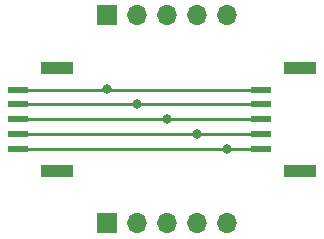
<source format=gbr>
G04 #@! TF.GenerationSoftware,KiCad,Pcbnew,5.0.1-33cea8e~67~ubuntu18.04.1*
G04 #@! TF.CreationDate,2018-12-04T13:55:11-08:00*
G04 #@! TF.ProjectId,snooping-board,736E6F6F70696E672D626F6172642E6B,rev?*
G04 #@! TF.SameCoordinates,Original*
G04 #@! TF.FileFunction,Copper,L1,Top,Signal*
G04 #@! TF.FilePolarity,Positive*
%FSLAX46Y46*%
G04 Gerber Fmt 4.6, Leading zero omitted, Abs format (unit mm)*
G04 Created by KiCad (PCBNEW 5.0.1-33cea8e~67~ubuntu18.04.1) date Tue 04 Dec 2018 01:55:11 PM PST*
%MOMM*%
%LPD*%
G01*
G04 APERTURE LIST*
G04 #@! TA.AperFunction,SMDPad,CuDef*
%ADD10R,1.700000X0.600000*%
G04 #@! TD*
G04 #@! TA.AperFunction,SMDPad,CuDef*
%ADD11R,2.800000X1.000000*%
G04 #@! TD*
G04 #@! TA.AperFunction,ComponentPad*
%ADD12R,1.700000X1.700000*%
G04 #@! TD*
G04 #@! TA.AperFunction,ComponentPad*
%ADD13O,1.700000X1.700000*%
G04 #@! TD*
G04 #@! TA.AperFunction,ViaPad*
%ADD14C,0.800000*%
G04 #@! TD*
G04 #@! TA.AperFunction,Conductor*
%ADD15C,0.250000*%
G04 #@! TD*
G04 APERTURE END LIST*
D10*
G04 #@! TO.P,J1,1*
G04 #@! TO.N,3V3*
X132162000Y-95290000D03*
G04 #@! TO.P,J1,2*
G04 #@! TO.N,GND*
X132162000Y-96540000D03*
G04 #@! TO.P,J1,3*
G04 #@! TO.N,/VIN*
X132162000Y-97790000D03*
G04 #@! TO.P,J1,4*
G04 #@! TO.N,/SCL*
X132162000Y-99040000D03*
G04 #@! TO.P,J1,5*
G04 #@! TO.N,/SDA*
X132162000Y-100290000D03*
D11*
G04 #@! TO.P,J1,*
G04 #@! TO.N,*
X135512000Y-93440000D03*
X135512000Y-102140000D03*
G04 #@! TD*
G04 #@! TO.P,J2,*
G04 #@! TO.N,*
X156086000Y-102140000D03*
X156086000Y-93440000D03*
D10*
G04 #@! TO.P,J2,5*
G04 #@! TO.N,/SDA*
X152736000Y-100290000D03*
G04 #@! TO.P,J2,4*
G04 #@! TO.N,/SCL*
X152736000Y-99040000D03*
G04 #@! TO.P,J2,3*
G04 #@! TO.N,/VIN*
X152736000Y-97790000D03*
G04 #@! TO.P,J2,2*
G04 #@! TO.N,GND*
X152736000Y-96540000D03*
G04 #@! TO.P,J2,1*
G04 #@! TO.N,3V3*
X152736000Y-95290000D03*
G04 #@! TD*
D12*
G04 #@! TO.P,J3,1*
G04 #@! TO.N,3V3*
X139700000Y-106600000D03*
D13*
G04 #@! TO.P,J3,2*
G04 #@! TO.N,GND*
X142240000Y-106600000D03*
G04 #@! TO.P,J3,3*
G04 #@! TO.N,/VIN*
X144780000Y-106600000D03*
G04 #@! TO.P,J3,4*
G04 #@! TO.N,/SCL*
X147320000Y-106600000D03*
G04 #@! TO.P,J3,5*
G04 #@! TO.N,/SDA*
X149860000Y-106600000D03*
G04 #@! TD*
D12*
G04 #@! TO.P,J4,1*
G04 #@! TO.N,3V3*
X139700000Y-88980000D03*
D13*
G04 #@! TO.P,J4,2*
G04 #@! TO.N,GND*
X142240000Y-88980000D03*
G04 #@! TO.P,J4,3*
G04 #@! TO.N,/VIN*
X144780000Y-88980000D03*
G04 #@! TO.P,J4,4*
G04 #@! TO.N,/SCL*
X147320000Y-88980000D03*
G04 #@! TO.P,J4,5*
G04 #@! TO.N,/SDA*
X149860000Y-88980000D03*
G04 #@! TD*
D14*
G04 #@! TO.N,3V3*
X139700000Y-95250000D03*
G04 #@! TO.N,GND*
X142240000Y-96520000D03*
G04 #@! TO.N,/VIN*
X144780000Y-97790000D03*
G04 #@! TO.N,/SCL*
X147320000Y-99060000D03*
G04 #@! TO.N,/SDA*
X149860000Y-106600000D03*
X149860000Y-100330000D03*
G04 #@! TD*
D15*
G04 #@! TO.N,3V3*
X133262000Y-95290000D02*
X152736000Y-95290000D01*
X132162000Y-95290000D02*
X133262000Y-95290000D01*
G04 #@! TO.N,GND*
X152736000Y-96540000D02*
X132162000Y-96540000D01*
G04 #@! TO.N,/VIN*
X132162000Y-97790000D02*
X152736000Y-97790000D01*
G04 #@! TO.N,/SCL*
X151636000Y-99040000D02*
X132162000Y-99040000D01*
X152736000Y-99040000D02*
X151636000Y-99040000D01*
G04 #@! TO.N,/SDA*
X133262000Y-100290000D02*
X152736000Y-100290000D01*
X132162000Y-100290000D02*
X133262000Y-100290000D01*
G04 #@! TD*
M02*

</source>
